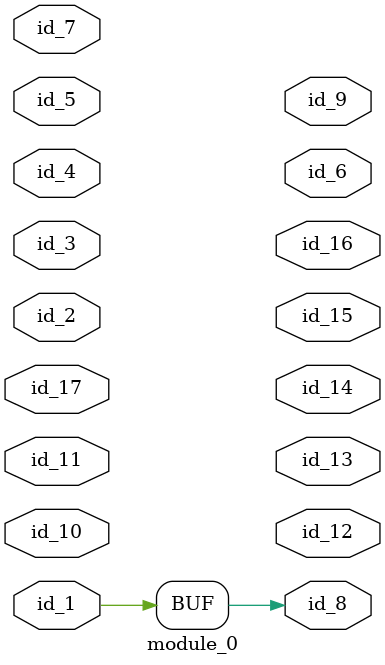
<source format=v>
module module_0 (
    id_1,
    id_2,
    id_3,
    id_4,
    id_5,
    id_6,
    id_7,
    id_8,
    id_9,
    id_10,
    id_11,
    id_12,
    id_13,
    id_14,
    id_15,
    id_16,
    id_17
);
  input id_17;
  output id_16;
  output id_15;
  output id_14;
  output id_13;
  output id_12;
  inout id_11;
  input id_10;
  output id_9;
  output id_8;
  inout id_7;
  output id_6;
  input id_5;
  inout id_4;
  inout id_3;
  input id_2;
  input id_1;
  assign id_8 = 1 ? id_1 : 1'h0;
endmodule

</source>
